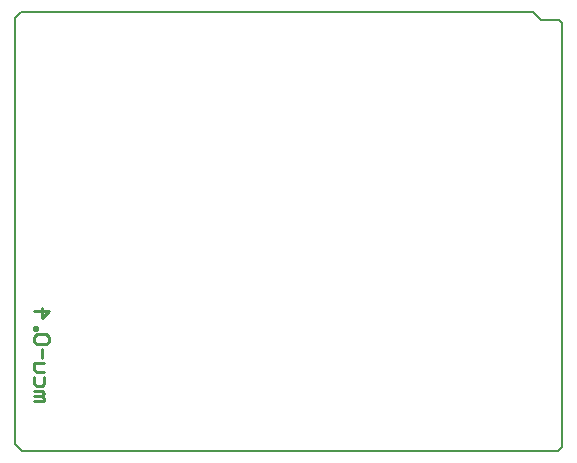
<source format=gbo>
G04*
G04 #@! TF.GenerationSoftware,Altium Limited,Altium Designer,20.2.7 (254)*
G04*
G04 Layer_Color=57008*
%FSLAX25Y25*%
%MOIN*%
G70*
G04*
G04 #@! TF.SameCoordinates,98A84B93-692B-4054-BE22-6563CBDD48F4*
G04*
G04*
G04 #@! TF.FilePolarity,Positive*
G04*
G01*
G75*
%ADD11C,0.00787*%
%ADD12C,0.01000*%
D11*
X181890Y143898D02*
X182773Y143015D01*
X181424Y398D02*
X182773Y1746D01*
X2634Y398D02*
X181424Y398D01*
X394Y144734D02*
X2314Y146653D01*
X394Y144734D02*
X394Y2638D01*
X182773Y143015D02*
X182773Y1746D01*
X394Y2638D02*
X2634Y398D01*
X175886Y143898D02*
X181890D01*
X173130Y146653D02*
X175886Y143898D01*
X2314Y146653D02*
X173130D01*
D12*
X6905Y17142D02*
X10054D01*
Y17929D01*
X9267Y18716D01*
X6905D01*
X9267D01*
X10054Y19503D01*
X9267Y20290D01*
X6905D01*
X10054Y25013D02*
Y22652D01*
X9267Y21865D01*
X7693D01*
X6905Y22652D01*
Y25013D01*
X10054Y26588D02*
X7693D01*
X6905Y27375D01*
Y29736D01*
X10054D01*
X9267Y31310D02*
Y34459D01*
X10841Y36033D02*
X11628Y36820D01*
Y38395D01*
X10841Y39182D01*
X7693D01*
X6905Y38395D01*
Y36820D01*
X7693Y36033D01*
X10841D01*
X6905Y40756D02*
X7693D01*
Y41543D01*
X6905D01*
Y40756D01*
Y47053D02*
X11628D01*
X9267Y44692D01*
Y47840D01*
M02*

</source>
